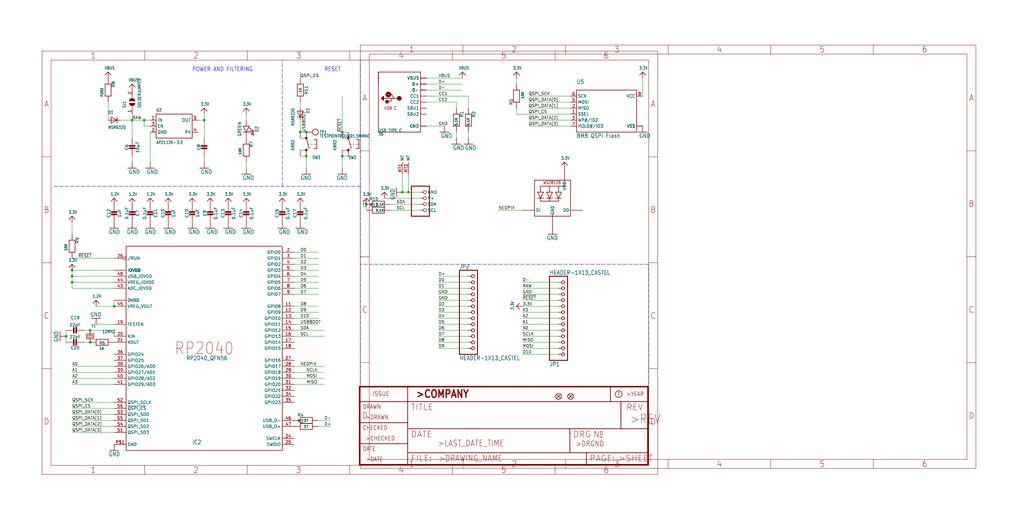
<source format=kicad_sch>
(kicad_sch (version 20211123) (generator eeschema)
  (paper "User" 433.07 220.421)
  (junction (at 129.54 66.04))
  (junction (at 38.1 144.78))
  (junction (at 127 55.88))
  (junction (at 30.48 114.3))
  (junction (at 172.72 81.28))
  (junction (at 86.36 50.8))
  (junction (at 154.94 86.36))
  (junction (at 144.78 55.88))
  (junction (at 30.48 116.84))
  (junction (at 30.48 119.38))
  (junction (at 55.88 50.8))
  (junction (at 48.26 129.54))
  (junction (at 170.18 81.28))
  (junction (at 144.78 66.04))
  (junction (at 38.1 139.7))
  (junction (at 27.94 142.24))
  (junction (at 60.96 50.8))
  (junction (at 129.54 55.88))
  (wire (pts (xy 30.48 93.98) (xy 30.48 99.06)))
  (wire (pts (xy 154.94 86.36) (xy 154.94 88.9)))
  (wire (pts (xy 236.22 127) (xy 220.98 127)))
  (wire (pts (xy 104.14 68.58) (xy 104.14 71.12)))
  (polyline (pts (xy 119.38 78.74) (xy 119.38 25.4)))
  (wire (pts (xy 180.34 38.1) (xy 195.58 38.1)))
  (wire (pts (xy 223.52 43.18) (xy 241.3 43.18)))
  (wire (pts (xy 124.46 129.54) (xy 134.62 129.54)))
  (polyline (pts (xy 152.4 162.56) (xy 152.4 111.76)))
  (wire (pts (xy 30.48 180.34) (xy 48.26 180.34)))
  (wire (pts (xy 124.46 111.76) (xy 134.62 111.76)))
  (polyline (pts (xy 152.4 78.74) (xy 152.4 25.4)))
  (wire (pts (xy 236.22 129.54) (xy 220.98 129.54)))
  (wire (pts (xy 241.3 40.64) (xy 223.52 40.64)))
  (wire (pts (xy 38.1 139.7) (xy 48.26 139.7)))
  (wire (pts (xy 185.42 134.62) (xy 198.12 134.62)))
  (wire (pts (xy 185.42 147.32) (xy 198.12 147.32)))
  (wire (pts (xy 220.98 149.86) (xy 236.22 149.86)))
  (wire (pts (xy 127 66.04) (xy 129.54 66.04)))
  (wire (pts (xy 124.46 137.16) (xy 134.62 137.16)))
  (wire (pts (xy 218.44 33.02) (xy 218.44 35.56)))
  (wire (pts (xy 198.12 124.46) (xy 185.42 124.46)))
  (wire (pts (xy 177.8 83.82) (xy 162.56 83.82)))
  (polyline (pts (xy 22.86 78.74) (xy 119.38 78.74)))
  (wire (pts (xy 218.44 45.72) (xy 218.44 48.26)))
  (wire (pts (xy 60.96 53.34) (xy 60.96 50.8)))
  (wire (pts (xy 48.26 127) (xy 48.26 129.54)))
  (polyline (pts (xy 152.4 111.76) (xy 152.4 78.74)))
  (wire (pts (xy 185.42 137.16) (xy 198.12 137.16)))
  (wire (pts (xy 172.72 81.28) (xy 177.8 81.28)))
  (wire (pts (xy 124.46 142.24) (xy 137.16 142.24)))
  (wire (pts (xy 55.88 50.8) (xy 55.88 58.42)))
  (wire (pts (xy 220.98 88.9) (xy 210.82 88.9)))
  (wire (pts (xy 223.52 53.34) (xy 241.3 53.34)))
  (wire (pts (xy 124.46 132.08) (xy 134.62 132.08)))
  (wire (pts (xy 236.22 147.32) (xy 220.98 147.32)))
  (wire (pts (xy 198.12 129.54) (xy 185.42 129.54)))
  (wire (pts (xy 124.46 139.7) (xy 137.16 139.7)))
  (wire (pts (xy 48.26 137.16) (xy 40.64 137.16)))
  (wire (pts (xy 124.46 116.84) (xy 134.62 116.84)))
  (wire (pts (xy 30.48 119.38) (xy 30.48 116.84)))
  (wire (pts (xy 124.46 114.3) (xy 134.62 114.3)))
  (wire (pts (xy 177.8 86.36) (xy 165.1 86.36)))
  (wire (pts (xy 30.48 121.92) (xy 30.48 119.38)))
  (wire (pts (xy 48.26 116.84) (xy 30.48 116.84)))
  (wire (pts (xy 195.58 33.02) (xy 180.34 33.02)))
  (wire (pts (xy 220.98 132.08) (xy 236.22 132.08)))
  (wire (pts (xy 127 55.88) (xy 127 50.8)))
  (wire (pts (xy 124.46 106.68) (xy 134.62 106.68)))
  (wire (pts (xy 134.62 180.34) (xy 139.7 180.34)))
  (wire (pts (xy 30.48 116.84) (xy 30.48 114.3)))
  (wire (pts (xy 180.34 35.56) (xy 195.58 35.56)))
  (wire (pts (xy 241.3 50.8) (xy 223.52 50.8)))
  (wire (pts (xy 220.98 137.16) (xy 236.22 137.16)))
  (wire (pts (xy 185.42 132.08) (xy 198.12 132.08)))
  (wire (pts (xy 48.26 109.22) (xy 30.48 109.22)))
  (wire (pts (xy 30.48 182.88) (xy 48.26 182.88)))
  (wire (pts (xy 86.36 66.04) (xy 86.36 68.58)))
  (wire (pts (xy 220.98 124.46) (xy 236.22 124.46)))
  (wire (pts (xy 124.46 121.92) (xy 134.62 121.92)))
  (wire (pts (xy 193.04 55.88) (xy 193.04 58.42)))
  (wire (pts (xy 30.48 162.56) (xy 48.26 162.56)))
  (wire (pts (xy 185.42 127) (xy 198.12 127)))
  (polyline (pts (xy 152.4 78.74) (xy 119.38 78.74)))
  (wire (pts (xy 185.42 142.24) (xy 198.12 142.24)))
  (wire (pts (xy 55.88 66.04) (xy 55.88 68.58)))
  (wire (pts (xy 144.78 71.12) (xy 144.78 66.04)))
  (wire (pts (xy 129.54 55.88) (xy 127 55.88)))
  (wire (pts (xy 180.34 43.18) (xy 193.04 43.18)))
  (wire (pts (xy 236.22 139.7) (xy 220.98 139.7)))
  (wire (pts (xy 30.48 175.26) (xy 48.26 175.26)))
  (wire (pts (xy 165.1 88.9) (xy 177.8 88.9)))
  (polyline (pts (xy 274.32 162.56) (xy 274.32 111.76)))
  (wire (pts (xy 236.22 144.78) (xy 220.98 144.78)))
  (wire (pts (xy 86.36 58.42) (xy 86.36 50.8)))
  (wire (pts (xy 45.72 50.8) (xy 45.72 43.18)))
  (wire (pts (xy 144.78 55.88) (xy 147.32 55.88)))
  (wire (pts (xy 180.34 40.64) (xy 198.12 40.64)))
  (wire (pts (xy 185.42 139.7) (xy 198.12 139.7)))
  (wire (pts (xy 48.26 172.72) (xy 30.48 172.72)))
  (wire (pts (xy 60.96 50.8) (xy 55.88 50.8)))
  (wire (pts (xy 220.98 142.24) (xy 236.22 142.24)))
  (wire (pts (xy 198.12 58.42) (xy 198.12 55.88)))
  (wire (pts (xy 48.26 154.94) (xy 30.48 154.94)))
  (wire (pts (xy 129.54 66.04) (xy 129.54 71.12)))
  (wire (pts (xy 55.88 48.26) (xy 55.88 50.8)))
  (wire (pts (xy 271.78 33.02) (xy 271.78 40.64)))
  (wire (pts (xy 236.22 134.62) (xy 220.98 134.62)))
  (wire (pts (xy 124.46 124.46) (xy 134.62 124.46)))
  (wire (pts (xy 144.78 40.64) (xy 144.78 55.88)))
  (wire (pts (xy 147.32 66.04) (xy 144.78 66.04)))
  (wire (pts (xy 127 33.02) (xy 127 30.48)))
  (wire (pts (xy 220.98 121.92) (xy 236.22 121.92)))
  (wire (pts (xy 30.48 177.8) (xy 48.26 177.8)))
  (wire (pts (xy 124.46 162.56) (xy 137.16 162.56)))
  (polyline (pts (xy 274.32 111.76) (xy 152.4 111.76)))
  (wire (pts (xy 48.26 121.92) (xy 30.48 121.92)))
  (wire (pts (xy 27.94 144.78) (xy 27.94 142.24)))
  (wire (pts (xy 172.72 73.66) (xy 172.72 81.28)))
  (wire (pts (xy 50.8 50.8) (xy 55.88 50.8)))
  (wire (pts (xy 48.26 160.02) (xy 30.48 160.02)))
  (wire (pts (xy 241.3 45.72) (xy 223.52 45.72)))
  (wire (pts (xy 63.5 55.88) (xy 63.5 68.58)))
  (wire (pts (xy 198.12 116.84) (xy 185.42 116.84)))
  (wire (pts (xy 198.12 121.92) (xy 185.42 121.92)))
  (wire (pts (xy 60.96 53.34) (xy 63.5 53.34)))
  (wire (pts (xy 48.26 114.3) (xy 30.48 114.3)))
  (wire (pts (xy 198.12 119.38) (xy 185.42 119.38)))
  (wire (pts (xy 48.26 119.38) (xy 30.48 119.38)))
  (wire (pts (xy 30.48 157.48) (xy 48.26 157.48)))
  (wire (pts (xy 124.46 109.22) (xy 134.62 109.22)))
  (wire (pts (xy 170.18 81.28) (xy 170.18 73.66)))
  (wire (pts (xy 40.64 129.54) (xy 48.26 129.54)))
  (wire (pts (xy 63.5 50.8) (xy 60.96 50.8)))
  (wire (pts (xy 86.36 50.8) (xy 86.36 48.26)))
  (wire (pts (xy 35.56 144.78) (xy 38.1 144.78)))
  (wire (pts (xy 27.94 142.24) (xy 27.94 139.7)))
  (wire (pts (xy 38.1 139.7) (xy 35.56 139.7)))
  (wire (pts (xy 124.46 154.94) (xy 137.16 154.94)))
  (wire (pts (xy 236.22 119.38) (xy 220.98 119.38)))
  (wire (pts (xy 124.46 157.48) (xy 137.16 157.48)))
  (wire (pts (xy 193.04 43.18) (xy 193.04 45.72)))
  (wire (pts (xy 134.62 177.8) (xy 139.7 177.8)))
  (wire (pts (xy 83.82 50.8) (xy 86.36 50.8)))
  (wire (pts (xy 124.46 160.02) (xy 137.16 160.02)))
  (wire (pts (xy 124.46 134.62) (xy 134.62 134.62)))
  (wire (pts (xy 104.14 48.26) (xy 104.14 50.8)))
  (wire (pts (xy 185.42 144.78) (xy 198.12 144.78)))
  (wire (pts (xy 218.44 48.26) (xy 241.3 48.26)))
  (wire (pts (xy 170.18 81.28) (xy 172.72 81.28)))
  (wire (pts (xy 48.26 139.7) (xy 48.26 142.24)))
  (wire (pts (xy 124.46 119.38) (xy 134.62 119.38)))
  (wire (pts (xy 198.12 40.64) (xy 198.12 45.72)))
  (wire (pts (xy 48.26 170.18) (xy 30.48 170.18)))
  (wire (pts (xy 187.96 53.34) (xy 180.34 53.34)))
  (wire (pts (xy 127 45.72) (xy 127 43.18)))
  (text "RESET" (at 137.16 30.48 180) (effects (font (size 1.778 1.5113)) (justify left bottom)))
  (text "POWER AND FILTERING" (at 81.28 30.48 180) (effects (font (size 1.778 1.5113)) (justify left bottom)))
  (label "GND" (at 220.98 124.46 0) (effects (font (size 1.2446 1.2446))))
  (label "D4" (at 185.42 134.62 0) (effects (font (size 1.2446 1.2446))))
  (label "SDA" (at 167.64 86.36 0) (effects (font (size 1.2446 1.2446))))
  (label "A0" (at 220.98 139.7 0) (effects (font (size 1.2446 1.2446))))
  (label "MOSI" (at 129.54 160.02 0) (effects (font (size 1.2446 1.2446))))
  (label "D+" (at 185.42 116.84 0) (effects (font (size 1.2446 1.2446))))
  (label "QSPI_DATA[2]" (at 30.48 180.34 0) (effects (font (size 1.2446 1.2446))))
  (label "QSPI_CS" (at 30.48 172.72 0) (effects (font (size 1.2446 1.2446))))
  (label "SCLK" (at 129.54 157.48 0) (effects (font (size 1.2446 1.2446))))
  (label "MISO" (at 129.54 162.56 0) (effects (font (size 1.2446 1.2446))))
  (label "D3" (at 185.42 132.08 0) (effects (font (size 1.2446 1.2446))))
  (label "SDA" (at 127 139.7 0) (effects (font (size 1.2446 1.2446))))
  (label "D10" (at 127 134.62 0) (effects (font (size 1.2446 1.2446))))
  (label "D0" (at 127 106.68 0) (effects (font (size 1.2446 1.2446))))
  (label "D9" (at 127 132.08 0) (effects (font (size 1.2446 1.2446))))
  (label "D4" (at 127 116.84 0) (effects (font (size 1.2446 1.2446))))
  (label "D5" (at 127 119.38 0) (effects (font (size 1.2446 1.2446))))
  (label "A2" (at 220.98 134.62 0) (effects (font (size 1.2446 1.2446))))
  (label "D10" (at 220.98 149.86 0) (effects (font (size 1.2446 1.2446))))
  (label "QSPI_DATA[1]" (at 223.52 45.72 0) (effects (font (size 1.2446 1.2446))))
  (label "QSPI_DATA[2]" (at 223.52 50.8 0) (effects (font (size 1.2446 1.2446))))
  (label "A1" (at 30.48 157.48 0) (effects (font (size 1.2446 1.2446))))
  (label "A3" (at 30.48 162.56 0) (effects (font (size 1.2446 1.2446))))
  (label "D3" (at 127 114.3 0) (effects (font (size 1.2446 1.2446))))
  (label "GND" (at 185.42 53.34 0) (effects (font (size 1.2446 1.2446))))
  (label "D9" (at 185.42 147.32 0) (effects (font (size 1.2446 1.2446))))
  (label "MOSI" (at 220.98 147.32 0) (effects (font (size 1.2446 1.2446))))
  (label "QSPI_DATA[0]" (at 223.52 43.18 0) (effects (font (size 1.2446 1.2446))))
  (label "D6" (at 185.42 139.7 0) (effects (font (size 1.2446 1.2446))))
  (label "D+" (at 185.42 35.56 0) (effects (font (size 1.2446 1.2446))))
  (label "D2" (at 185.42 129.54 0) (effects (font (size 1.2446 1.2446))))
  (label "~{RESET}" (at 33.02 109.22 0) (effects (font (size 1.2446 1.2446))))
  (label "QSPI_DATA[1]" (at 30.48 177.8 0) (effects (font (size 1.2446 1.2446))))
  (label "USBBOOT" (at 127 137.16 0) (effects (font (size 1.2446 1.2446))))
  (label "~{RESET}" (at 144.78 55.88 90) (effects (font (size 1.2446 1.2446))))
  (label "3.3V" (at 220.98 129.54 0) (effects (font (size 1.2446 1.2446))))
  (label "VBUS" (at 185.42 33.02 0) (effects (font (size 1.2446 1.2446))))
  (label "QSPI_CS" (at 127 33.02 0) (effects (font (size 1.2446 1.2446))))
  (label "QSPI_DATA[0]" (at 30.48 175.26 0) (effects (font (size 1.2446 1.2446))))
  (label "D2" (at 127 111.76 0) (effects (font (size 1.2446 1.2446))))
  (label "SCL" (at 167.64 88.9 0) (effects (font (size 1.2446 1.2446))))
  (label "USBBOOT" (at 129.54 55.88 90) (effects (font (size 1.2446 1.2446))))
  (label "D8" (at 127 129.54 0) (effects (font (size 1.2446 1.2446))))
  (label "RAW" (at 55.88 50.8 0) (effects (font (size 1.2446 1.2446))))
  (label "D-" (at 220.98 119.38 0) (effects (font (size 1.2446 1.2446))))
  (label "D6" (at 127 121.92 0) (effects (font (size 1.2446 1.2446))))
  (label "QSPI_SCK" (at 30.48 170.18 0) (effects (font (size 1.2446 1.2446))))
  (label "D-" (at 185.42 38.1 0) (effects (font (size 1.2446 1.2446))))
  (label "CC2" (at 185.42 43.18 0) (effects (font (size 1.2446 1.2446))))
  (label "QSPI_SCK" (at 223.52 40.64 0) (effects (font (size 1.2446 1.2446))))
  (label "D8" (at 185.42 144.78 0) (effects (font (size 1.2446 1.2446))))
  (label "QSPI_CS" (at 223.52 48.26 0) (effects (font (size 1.2446 1.2446))))
  (label "NEOPIX" (at 127 154.94 0) (effects (font (size 1.2446 1.2446))))
  (label "D-" (at 137.16 177.8 0) (effects (font (size 1.2446 1.2446))))
  (label "~{RESET}" (at 220.98 127 0) (effects (font (size 1.2446 1.2446))))
  (label "GND" (at 185.42 124.46 0) (effects (font (size 1.2446 1.2446))))
  (label "D1" (at 185.42 121.92 0) (effects (font (size 1.2446 1.2446))))
  (label "A0" (at 30.48 154.94 0) (effects (font (size 1.2446 1.2446))))
  (label "QSPI_DATA[3]" (at 223.52 53.34 0) (effects (font (size 1.2446 1.2446))))
  (label "MISO" (at 220.98 144.78 0) (effects (font (size 1.2446 1.2446))))
  (label "A3" (at 220.98 132.08 0) (effects (font (size 1.2446 1.2446))))
  (label "SCL" (at 127 142.24 0) (effects (font (size 1.2446 1.2446))))
  (label "D5" (at 185.42 137.16 0) (effects (font (size 1.2446 1.2446))))
  (label "D7" (at 127 124.46 0) (effects (font (size 1.2446 1.2446))))
  (label "A2" (at 30.48 160.02 0) (effects (font (size 1.2446 1.2446))))
  (label "GND" (at 185.42 127 0) (effects (font (size 1.2446 1.2446))))
  (label "D1" (at 127 109.22 0) (effects (font (size 1.2446 1.2446))))
  (label "CC1" (at 185.42 40.64 0) (effects (font (size 1.2446 1.2446))))
  (label "D+" (at 137.16 180.34 0) (effects (font (size 1.2446 1.2446))))
  (label "QSPI_DATA[3]" (at 30.48 182.88 0) (effects (font (size 1.2446 1.2446))))
  (label "D0" (at 185.42 119.38 0) (effects (font (size 1.2446 1.2446))))
  (label "SCLK" (at 220.98 142.24 0) (effects (font (size 1.2446 1.2446))))
  (label "RAW" (at 220.98 121.92 0) (effects (font (size 1.2446 1.2446))))
  (label "D7" (at 185.42 142.24 0) (effects (font (size 1.2446 1.2446))))
  (label "A1" (at 220.98 137.16 0) (effects (font (size 1.2446 1.2446))))
  (label "NEOPIX" (at 210.82 88.9 0) (effects (font (size 1.2446 1.2446))))
  (symbol (lib_id "eagleSchem-eagle-import:GND") (at 63.5 71.12 0) (unit 1)
    (property "Reference" "#U$30" (effects hide))
    (property "Value" "GND" (at 61.976 73.66 0) (effects (font (size 1.778 1.5113)) (justify left bottom)))
    (property "Footprint" "eagleSchem:" (effects hide))
  )
  (symbol (lib_id "eagleSchem-eagle-import:GND") (at 40.64 134.62 0) (mirror x) (unit 1)
    (property "Reference" "#GND24" (effects hide))
    (property "Value" "GND" (at 38.1 132.08 0) (effects (font (size 1.778 1.5113)) (justify left bottom)))
    (property "Footprint" "eagleSchem:" (effects hide))
  )
  (symbol (lib_id "eagleSchem-eagle-import:GND") (at 129.54 73.66 0) (unit 1)
    (property "Reference" "#GND16" (effects hide))
    (property "Value" "GND" (at 127 76.2 0) (effects (font (size 1.778 1.5113)) (justify left bottom)))
    (property "Footprint" "eagleSchem:" (effects hide))
  )
  (symbol (lib_id "eagleSchem-eagle-import:GND") (at 25.4 142.24 270) (mirror x) (unit 1)
    (property "Reference" "#GND31" (effects hide))
    (property "Value" "GND" (at 22.86 144.78 0) (effects (font (size 1.778 1.5113)) (justify left bottom)))
    (property "Footprint" "eagleSchem:" (effects hide))
  )
  (symbol (lib_id "eagleSchem-eagle-import:HEADER-1X13_CASTEL") (at 238.76 134.62 0) (mirror x) (unit 1)
    (property "Reference" "JP1" (at 232.41 153.035 0) (effects (font (size 1.778 1.5113)) (justify left bottom)))
    (property "Value" "HEADER-1X13_CASTEL" (at 232.41 114.3 0) (effects (font (size 1.778 1.5113)) (justify left bottom)))
    (property "Footprint" "eagleSchem:1X13_CASTEL" (effects hide))
  )
  (symbol (lib_id "eagleSchem-eagle-import:GND") (at 271.78 55.88 0) (unit 1)
    (property "Reference" "#U$31" (effects hide))
    (property "Value" "GND" (at 270.256 58.42 0) (effects (font (size 1.778 1.5113)) (justify left bottom)))
    (property "Footprint" "eagleSchem:" (effects hide))
  )
  (symbol (lib_id "eagleSchem-eagle-import:RESISTOR_0402NO") (at 218.44 40.64 90) (unit 1)
    (property "Reference" "R5" (at 216.9414 44.45 0) (effects (justify left bottom)))
    (property "Value" "10K" (at 221.742 41.91 0) (effects (font (size 1.016 1.016) bold) (justify left bottom)))
    (property "Footprint" "eagleSchem:_0402NO" (effects hide))
  )
  (symbol (lib_id "eagleSchem-eagle-import:1.2V") (at 55.88 83.82 0) (unit 1)
    (property "Reference" "#U$43" (effects hide))
    (property "Value" "1.2V" (at 54.356 82.804 0) (effects (font (size 1.27 1.0795)) (justify left bottom)))
    (property "Footprint" "eagleSchem:" (effects hide))
  )
  (symbol (lib_id "eagleSchem-eagle-import:RESISTOR_0402NO") (at 198.12 50.8 270) (unit 1)
    (property "Reference" "R2" (at 199.6186 46.99 0) (effects (justify left bottom)))
    (property "Value" "5.1K" (at 197.358 49.53 0) (effects (font (size 1.016 1.016) bold) (justify left bottom)))
    (property "Footprint" "eagleSchem:_0402NO" (effects hide))
  )
  (symbol (lib_id "eagleSchem-eagle-import:GND") (at 104.14 73.66 0) (unit 1)
    (property "Reference" "#U$12" (effects hide))
    (property "Value" "GND" (at 102.616 76.2 0) (effects (font (size 1.778 1.5113)) (justify left bottom)))
    (property "Footprint" "eagleSchem:" (effects hide))
  )
  (symbol (lib_id "eagleSchem-eagle-import:SOLDERJUMPER") (at 55.88 43.18 90) (unit 1)
    (property "Reference" "SJ1" (at 53.34 45.72 0) (effects (font (size 1.27 1.0795)) (justify left bottom)))
    (property "Value" "SOLDERJUMPER" (at 59.69 45.72 0) (effects (font (size 1.27 1.0795)) (justify left bottom)))
    (property "Footprint" "eagleSchem:SOLDERJUMPER_ARROW_NOPASTE" (effects hide))
  )
  (symbol (lib_id "eagleSchem-eagle-import:VBUS") (at 45.72 30.48 0) (unit 1)
    (property "Reference" "#U$3" (effects hide))
    (property "Value" "VBUS" (at 44.196 29.464 0) (effects (font (size 1.27 1.0795)) (justify left bottom)))
    (property "Footprint" "eagleSchem:" (effects hide))
  )
  (symbol (lib_id "eagleSchem-eagle-import:GND") (at 187.96 55.88 0) (unit 1)
    (property "Reference" "#U$8" (effects hide))
    (property "Value" "GND" (at 186.436 58.42 0) (effects (font (size 1.778 1.5113)) (justify left bottom)))
    (property "Footprint" "eagleSchem:" (effects hide))
  )
  (symbol (lib_id "eagleSchem-eagle-import:3.3V") (at 271.78 30.48 0) (unit 1)
    (property "Reference" "#U$39" (effects hide))
    (property "Value" "3.3V" (at 270.256 29.464 0) (effects (font (size 1.27 1.0795)) (justify left bottom)))
    (property "Footprint" "eagleSchem:" (effects hide))
  )
  (symbol (lib_id "eagleSchem-eagle-import:3.3V") (at 81.28 83.82 0) (unit 1)
    (property "Reference" "#U$25" (effects hide))
    (property "Value" "3.3V" (at 79.756 82.804 0) (effects (font (size 1.27 1.0795)) (justify left bottom)))
    (property "Footprint" "eagleSchem:" (effects hide))
  )
  (symbol (lib_id "eagleSchem-eagle-import:RESISTOR_0402NO") (at 30.48 104.14 270) (unit 1)
    (property "Reference" "R9" (at 31.9786 100.33 0) (effects (justify left bottom)))
    (property "Value" "10K" (at 27.178 102.87 0) (effects (font (size 1.016 1.016) bold) (justify left bottom)))
    (property "Footprint" "eagleSchem:_0402NO" (effects hide))
  )
  (symbol (lib_id "eagleSchem-eagle-import:3.3V") (at 218.44 129.54 90) (unit 1)
    (property "Reference" "#U$2" (effects hide))
    (property "Value" "3.3V" (at 217.424 131.064 0) (effects (font (size 1.27 1.0795)) (justify left bottom)))
    (property "Footprint" "eagleSchem:" (effects hide))
  )
  (symbol (lib_id "eagleSchem-eagle-import:DIODESOD-323F") (at 127 48.26 270) (unit 1)
    (property "Reference" "D3" (at 129.54 45.72 0) (effects (font (size 1.27 1.0795)) (justify left bottom)))
    (property "Value" "NSR0320" (at 123.19 45.72 0) (effects (font (size 1.27 1.0795)) (justify left bottom)))
    (property "Footprint" "eagleSchem:SOD-323F" (effects hide))
  )
  (symbol (lib_id "eagleSchem-eagle-import:RP2040_QFN56") (at 86.36 147.32 0) (unit 1)
    (property "Reference" "IC2" (at 81.28 187.96 0) (effects (font (size 1.778 1.5113)) (justify left bottom)))
    (property "Value" "RP2040_QFN56" (at 78.74 152.4 0) (effects (font (size 1.778 1.5113)) (justify left bottom)))
    (property "Footprint" "eagleSchem:QFN56_7MM_REDUCEDEPAD" (effects hide))
  )
  (symbol (lib_id "eagleSchem-eagle-import:1.2V") (at 40.64 127 0) (unit 1)
    (property "Reference" "#U$40" (effects hide))
    (property "Value" "1.2V" (at 39.116 125.984 0) (effects (font (size 1.27 1.0795)) (justify left bottom)))
    (property "Footprint" "eagleSchem:" (effects hide))
  )
  (symbol (lib_id "eagleSchem-eagle-import:VBUS") (at 55.88 35.56 0) (unit 1)
    (property "Reference" "#U$16" (effects hide))
    (property "Value" "VBUS" (at 54.356 34.544 0) (effects (font (size 1.27 1.0795)) (justify left bottom)))
    (property "Footprint" "eagleSchem:" (effects hide))
  )
  (symbol (lib_id "eagleSchem-eagle-import:SWITCH_TACT_SMT4.6X2.8") (at 129.54 60.96 270) (unit 1)
    (property "Reference" "SW3" (at 132.08 67.31 90) (effects (font (size 1.27 1.0795)) (justify left bottom)))
    (property "Value" "KMR2" (at 123.19 59.055 0) (effects (font (size 1.27 1.0795)) (justify left bottom)))
    (property "Footprint" "eagleSchem:BTN_KMR2_4.6X2.8" (effects hide))
  )
  (symbol (lib_id "eagleSchem-eagle-import:DIODESOD-323F") (at 48.26 50.8 0) (unit 1)
    (property "Reference" "D1" (at 45.72 48.26 0) (effects (font (size 1.27 1.0795)) (justify left bottom)))
    (property "Value" "NSR0320" (at 45.72 54.61 0) (effects (font (size 1.27 1.0795)) (justify left bottom)))
    (property "Footprint" "eagleSchem:SOD-323F" (effects hide))
  )
  (symbol (lib_id "eagleSchem-eagle-import:RESISTOR_0402NO") (at 193.04 50.8 270) (unit 1)
    (property "Reference" "R1" (at 194.5386 46.99 0) (effects (justify left bottom)))
    (property "Value" "5.1K" (at 192.278 49.53 0) (effects (font (size 1.016 1.016) bold) (justify left bottom)))
    (property "Footprint" "eagleSchem:_0402NO" (effects hide))
  )
  (symbol (lib_id "eagleSchem-eagle-import:CAP_CERAMIC_0805MP") (at 86.36 63.5 0) (unit 1)
    (property "Reference" "C8" (at 84.07 62.25 90))
    (property "Value" "10µF" (at 88.66 62.25 90))
    (property "Footprint" "eagleSchem:_0805MP" (effects hide))
    (property "Value" "10µF" (effects hide))
  )
  (symbol (lib_id "eagleSchem-eagle-import:CAP_CERAMIC_0402NO") (at 33.02 139.7 90) (unit 1)
    (property "Reference" "C19" (at 31.77 134.37 90))
    (property "Value" "22pF" (at 31.77 137.4 90))
    (property "Footprint" "eagleSchem:_0402NO" (effects hide))
  )
  (symbol (lib_id "eagleSchem-eagle-import:CAP_CERAMIC_0805MP") (at 55.88 63.5 0) (unit 1)
    (property "Reference" "C6" (at 53.59 62.25 90))
    (property "Value" "10µF" (at 58.18 62.25 90))
    (property "Footprint" "eagleSchem:_0805MP" (effects hide))
  )
  (symbol (lib_id "eagleSchem-eagle-import:CAP_CERAMIC_0402NO") (at 96.52 91.44 0) (unit 1)
    (property "Reference" "C13" (at 94.23 90.19 90))
    (property "Value" "0.1uF" (at 98.82 90.19 90))
    (property "Footprint" "eagleSchem:_0402NO" (effects hide))
  )
  (symbol (lib_id "eagleSchem-eagle-import:RESISTOR0805_NOOUTLINE") (at 45.72 38.1 270) (unit 1)
    (property "Reference" "R8" (at 47.2186 34.29 0) (effects (justify left bottom)))
    (property "Value" "FUSE" (at 42.418 36.83 0) (effects (font (size 1.016 1.016) bold) (justify left bottom)))
    (property "Footprint" "eagleSchem:0805-NO" (effects hide))
  )
  (symbol (lib_id "eagleSchem-eagle-import:STEMMA_I2C_QTSKINNY") (at 172.72 73.66 90) (unit 3)
    (property "Reference" "CONN1" (effects hide))
    (property "Value" "STEMMA_I2C_QTSKINNY" (effects hide))
    (property "Footprint" "eagleSchem:JST_SH4_SKINNY" (effects hide))
  )
  (symbol (lib_id "eagleSchem-eagle-import:GND") (at 63.5 96.52 0) (mirror y) (unit 1)
    (property "Reference" "#GND27" (effects hide))
    (property "Value" "GND" (at 66.04 99.06 0) (effects (font (size 1.778 1.5113)) (justify left bottom)))
    (property "Footprint" "eagleSchem:" (effects hide))
  )
  (symbol (lib_id "eagleSchem-eagle-import:CAP_CERAMIC_0402NO") (at 127 91.44 0) (unit 1)
    (property "Reference" "C17" (at 124.71 90.19 90))
    (property "Value" "0.1uF" (at 129.3 90.19 90))
    (property "Footprint" "eagleSchem:_0402NO" (effects hide))
  )
  (symbol (lib_id "eagleSchem-eagle-import:VREG_SOT23-5") (at 73.66 53.34 0) (unit 1)
    (property "Reference" "U2" (at 66.04 47.244 0) (effects (font (size 1.27 1.0795)) (justify left bottom)))
    (property "Value" "AP2112K-3.3" (at 66.04 60.96 0) (effects (font (size 1.27 1.0795)) (justify left bottom)))
    (property "Footprint" "eagleSchem:SOT23-5" (effects hide))
  )
  (symbol (lib_id "eagleSchem-eagle-import:CAP_CERAMIC_0402NO") (at 63.5 88.9 180) (unit 1)
    (property "Reference" "C11" (at 65.79 90.15 90))
    (property "Value" "0.1uF" (at 61.2 90.15 90))
    (property "Footprint" "eagleSchem:_0402NO" (effects hide))
  )
  (symbol (lib_id "eagleSchem-eagle-import:3.3V") (at 104.14 45.72 0) (unit 1)
    (property "Reference" "#U$15" (effects hide))
    (property "Value" "3.3V" (at 102.616 44.704 0) (effects (font (size 1.27 1.0795)) (justify left bottom)))
    (property "Footprint" "eagleSchem:" (effects hide))
  )
  (symbol (lib_id "eagleSchem-eagle-import:VBUS") (at 195.58 30.48 0) (unit 1)
    (property "Reference" "#U$13" (effects hide))
    (property "Value" "VBUS" (at 194.056 29.464 0) (effects (font (size 1.27 1.0795)) (justify left bottom)))
    (property "Footprint" "eagleSchem:" (effects hide))
  )
  (symbol (lib_id "eagleSchem-eagle-import:FIDUCIAL_1MM") (at 241.3 167.64 0) (unit 1)
    (property "Reference" "U$34" (effects hide))
    (property "Value" "FIDUCIAL_1MM" (effects hide))
    (property "Footprint" "eagleSchem:FIDUCIAL_1MM" (effects hide))
  )
  (symbol (lib_id "eagleSchem-eagle-import:FRAME_A4") (at 17.78 200.66 0) (unit 1)
    (property "Reference" "#FRAME1" (effects hide))
    (property "Value" "FRAME_A4" (effects hide))
    (property "Footprint" "eagleSchem:" (effects hide))
  )
  (symbol (lib_id "eagleSchem-eagle-import:GND") (at 198.12 60.96 0) (unit 1)
    (property "Reference" "#U$14" (effects hide))
    (property "Value" "GND" (at 196.596 63.5 0) (effects (font (size 1.778 1.5113)) (justify left bottom)))
    (property "Footprint" "eagleSchem:" (effects hide))
  )
  (symbol (lib_id "eagleSchem-eagle-import:1.2V") (at 48.26 83.82 0) (unit 1)
    (property "Reference" "#U$46" (effects hide))
    (property "Value" "1.2V" (at 46.736 82.804 0) (effects (font (size 1.27 1.0795)) (justify left bottom)))
    (property "Footprint" "eagleSchem:" (effects hide))
  )
  (symbol (lib_id "eagleSchem-eagle-import:GND") (at 55.88 71.12 0) (unit 1)
    (property "Reference" "#U$27" (effects hide))
    (property "Value" "GND" (at 54.356 73.66 0) (effects (font (size 1.778 1.5113)) (justify left bottom)))
    (property "Footprint" "eagleSchem:" (effects hide))
  )
  (symbol (lib_id "eagleSchem-eagle-import:CAP_CERAMIC_0402NO") (at 104.14 91.44 0) (unit 1)
    (property "Reference" "C14" (at 101.85 90.19 90))
    (property "Value" "0.1uF" (at 106.44 90.19 90))
    (property "Footprint" "eagleSchem:_0402NO" (effects hide))
  )
  (symbol (lib_id "eagleSchem-eagle-import:GND") (at 88.9 96.52 0) (unit 1)
    (property "Reference" "#U$48" (effects hide))
    (property "Value" "GND" (at 87.376 99.06 0) (effects (font (size 1.778 1.5113)) (justify left bottom)))
    (property "Footprint" "eagleSchem:" (effects hide))
  )
  (symbol (lib_id "eagleSchem-eagle-import:RESISTOR_0402NO") (at 43.18 144.78 0) (unit 1)
    (property "Reference" "R6" (at 41.91 145.8214 0) (effects (justify left bottom)))
    (property "Value" "1K" (at 41.91 148.082 0) (effects (font (size 1.016 1.016) bold) (justify left bottom)))
    (property "Footprint" "eagleSchem:_0402NO" (effects hide))
  )
  (symbol (lib_id "eagleSchem-eagle-import:WS2812B_SK6805_1515") (at 233.68 86.36 0) (unit 1)
    (property "Reference" "LED1" (effects hide))
    (property "Value" "WS2812B_SK6805_1515" (effects hide))
    (property "Footprint" "eagleSchem:SK6805_1515" (effects hide))
  )
  (symbol (lib_id "eagleSchem-eagle-import:CAP_CERAMIC_0402NO") (at 33.02 144.78 90) (unit 1)
    (property "Reference" "C20" (at 31.77 147.07 90))
    (property "Value" "22pF" (at 31.77 142.48 90))
    (property "Footprint" "eagleSchem:_0402NO" (effects hide))
  )
  (symbol (lib_id "eagleSchem-eagle-import:GND") (at 96.52 96.52 0) (unit 1)
    (property "Reference" "#U$49" (effects hide))
    (property "Value" "GND" (at 94.996 99.06 0) (effects (font (size 1.778 1.5113)) (justify left bottom)))
    (property "Footprint" "eagleSchem:" (effects hide))
  )
  (symbol (lib_id "eagleSchem-eagle-import:RESISTOR_0402NO") (at 104.14 63.5 270) (unit 1)
    (property "Reference" "R7" (at 105.6386 59.69 0) (effects (justify left bottom)))
    (property "Value" "10K" (at 100.838 62.23 0) (effects (font (size 1.016 1.016) bold) (justify left bottom)))
    (property "Footprint" "eagleSchem:_0402NO" (effects hide))
  )
  (symbol (lib_id "eagleSchem-eagle-import:STEMMA_I2C_QTSKINNY") (at 177.8 86.36 0) (unit 1)
    (property "Reference" "CONN1" (effects hide))
    (property "Value" "STEMMA_I2C_QTSKINNY" (effects hide))
    (property "Footprint" "eagleSchem:JST_SH4_SKINNY" (effects hide))
  )
  (symbol (lib_id "eagleSchem-eagle-import:3.3V") (at 30.48 111.76 0) (unit 1)
    (property "Reference" "#U$38" (effects hide))
    (property "Value" "3.3V" (at 28.956 110.744 0) (effects (font (size 1.27 1.0795)) (justify left bottom)))
    (property "Footprint" "eagleSchem:" (effects hide))
  )
  (symbol (lib_id "eagleSchem-eagle-import:LED0603_NOOUTLINE") (at 104.14 55.88 270) (unit 1)
    (property "Reference" "D2" (at 108.585 54.61 0))
    (property "Value" "GREEN" (at 101.346 54.61 0))
    (property "Footprint" "eagleSchem:CHIPLED_0603_NOOUTLINE" (effects hide))
  )
  (symbol (lib_id "eagleSchem-eagle-import:GND") (at 167.64 81.28 270) (unit 1)
    (property "Reference" "#U$9" (effects hide))
    (property "Value" "GND" (at 165.1 79.756 0) (effects (font (size 1.778 1.5113)) (justify left bottom)))
    (property "Footprint" "eagleSchem:" (effects hide))
  )
  (symbol (lib_id "eagleSchem-eagle-import:CAP_CERAMIC_0402NO") (at 119.38 91.44 0) (unit 1)
    (property "Reference" "C16" (at 117.09 90.19 90))
    (property "Value" "0.1uF" (at 121.68 90.19 90))
    (property "Footprint" "eagleSchem:_0402NO" (effects hide))
  )
  (symbol (lib_id "eagleSchem-eagle-import:CAP_CERAMIC_0603MP") (at 48.26 91.44 0) (unit 1)
    (property "Reference" "C12" (at 45.97 90.19 90))
    (property "Value" "1uF" (at 50.56 90.19 90))
    (property "Footprint" "eagleSchem:_0603MP" (effects hide))
  )
  (symbol (lib_id "eagleSchem-eagle-import:CAP_CERAMIC0603_NO") (at 71.12 91.44 0) (unit 1)
    (property "Reference" "C15" (at 68.83 90.19 90))
    (property "Value" "1uF" (at 73.42 90.19 90))
    (property "Footprint" "eagleSchem:0603-NO" (effects hide))
  )
  (symbol (lib_id "eagleSchem-eagle-import:CAP_CERAMIC_0402NO") (at 55.88 88.9 180) (unit 1)
    (property "Reference" "C7" (at 58.17 90.15 90))
    (property "Value" "0.1uF" (at 53.58 90.15 90))
    (property "Footprint" "eagleSchem:_0402NO" (effects hide))
  )
  (symbol (lib_id "eagleSchem-eagle-import:GND") (at 104.14 96.52 0) (unit 1)
    (property "Reference" "#U$50" (effects hide))
    (property "Value" "GND" (at 102.616 99.06 0) (effects (font (size 1.778 1.5113)) (justify left bottom)))
    (property "Footprint" "eagleSchem:" (effects hide))
  )
  (symbol (lib_id "eagleSchem-eagle-import:CAP_CERAMIC_0603MP") (at 81.28 91.44 0) (unit 1)
    (property "Reference" "C10" (at 78.99 90.19 90))
    (property "Value" "1uF" (at 83.58 90.19 90))
    (property "Footprint" "eagleSchem:_0603MP" (effects hide))
  )
  (symbol (lib_id "eagleSchem-eagle-import:3.3V") (at 238.76 68.58 0) (unit 1)
    (property "Reference" "#U$6" (effects hide))
    (property "Value" "3.3V" (at 237.236 67.564 0) (effects (font (size 1.27 1.0795)) (justify left bottom)))
    (property "Footprint" "eagleSchem:" (effects hide))
  )
  (symbol (lib_id "eagleSchem-eagle-import:USB_C") (at 170.18 43.18 0) (unit 1)
    (property "Reference" "X6" (at 160.02 57.404 0) (effects (font (size 1.27 1.0795)) (justify left bottom)))
    (property "Value" "USB TYPE C" (at 160.02 55.88 0) (effects (font (size 1.27 1.0795)) (justify left bottom)))
    (property "Footprint" "eagleSchem:USB_C_CUSB31-CFM2AX-01-X" (effects hide))
  )
  (symbol (lib_id "eagleSchem-eagle-import:SWITCH_TACT_SMT4.6X2.8") (at 147.32 60.96 270) (unit 1)
    (property "Reference" "SW2" (at 147.32 67.31 90) (effects (font (size 1.27 1.0795)) (justify left bottom)))
    (property "Value" "KMR2" (at 140.97 59.055 0) (effects (font (size 1.27 1.0795)) (justify left bottom)))
    (property "Footprint" "eagleSchem:BTN_KMR2_4.6X2.8" (effects hide))
  )
  (symbol (lib_id "eagleSchem-eagle-import:GND") (at 48.26 190.5 0) (mirror y) (unit 1)
    (property "Reference" "#GND25" (effects hide))
    (property "Value" "GND" (at 50.8 193.04 0) (effects (font (size 1.778 1.5113)) (justify left bottom)))
    (property "Footprint" "eagleSchem:" (effects hide))
  )
  (symbol (lib_id "eagleSchem-eagle-import:3.3V") (at 154.94 83.82 0) (unit 1)
    (property "Reference" "#U$11" (effects hide))
    (property "Value" "3.3V" (at 153.416 82.804 0) (effects (font (size 1.27 1.0795)) (justify left bottom)))
    (property "Footprint" "eagleSchem:" (effects hide))
  )
  (symbol (lib_id "eagleSchem-eagle-import:3.3V") (at 127 83.82 0) (unit 1)
    (property "Reference" "#U$36" (effects hide))
    (property "Value" "3.3V" (at 125.476 82.804 0) (effects (font (size 1.27 1.0795)) (justify left bottom)))
    (property "Footprint" "eagleSchem:" (effects hide))
  )
  (symbol (lib_id "eagleSchem-eagle-import:3.3V") (at 96.52 83.82 0) (unit 1)
    (property "Reference" "#U$32" (effects hide))
    (property "Value" "3.3V" (at 94.996 82.804 0) (effects (font (size 1.27 1.0795)) (justify left bottom)))
    (property "Footprint" "eagleSchem:" (effects hide))
  )
  (symbol (lib_id "eagleSchem-eagle-import:SPIFLASH_8PIN_4X4") (at 256.54 48.26 0) (unit 1)
    (property "Reference" "U5" (at 243.84 35.56 0) (effects (font (size 1.778 1.5113)) (justify left bottom)))
    (property "Value" "8MB QSPI Flash" (at 243.84 58.42 0) (effects (font (size 1.778 1.5113)) (justify left bottom)))
    (property "Footprint" "eagleSchem:USON8_4X4" (effects hide))
  )
  (symbol (lib_id "eagleSchem-eagle-import:GND") (at 55.88 96.52 0) (mirror y) (unit 1)
    (property "Reference" "#GND26" (effects hide))
    (property "Value" "GND" (at 58.42 99.06 0) (effects (font (size 1.778 1.5113)) (justify left bottom)))
    (property "Footprint" "eagleSchem:" (effects hide))
  )
  (symbol (lib_id "eagleSchem-eagle-import:RESISTOR_0402NO") (at 129.54 177.8 0) (unit 1)
    (property "Reference" "R4" (at 125.73 176.3014 0) (effects (justify left bottom)))
    (property "Value" "27" (at 128.27 178.562 0) (effects (font (size 1.016 1.016) bold) (justify left bottom)))
    (property "Footprint" "eagleSchem:_0402NO" (effects hide))
  )
  (symbol (lib_id "eagleSchem-eagle-import:TESTPOINTROUND1.5MMNO") (at 129.54 55.88 270) (unit 1)
    (property "Reference" "TP1" (at 135.128 55.88 90) (effects (font (size 1.27 1.0795)) (justify left)))
    (property "Value" "TESTPOINTROUND1.5MMNO" (at 135.128 57.531 90) (effects (font (size 1.27 1.0795)) (justify left)))
    (property "Footprint" "eagleSchem:TESTPOINT_ROUND_1.5MM_NO" (effects hide))
  )
  (symbol (lib_id "eagleSchem-eagle-import:STEMMA_I2C_QTSKINNY") (at 170.18 73.66 90) (unit 2)
    (property "Reference" "CONN1" (effects hide))
    (property "Value" "STEMMA_I2C_QTSKINNY" (effects hide))
    (property "Footprint" "eagleSchem:JST_SH4_SKINNY" (effects hide))
  )
  (symbol (lib_id "eagleSchem-eagle-import:CAP_CERAMIC_0402NO") (at 88.9 91.44 0) (unit 1)
    (property "Reference" "C9" (at 86.61 90.19 90))
    (property "Value" "0.1uF" (at 91.2 90.19 90))
    (property "Footprint" "eagleSchem:_0402NO" (effects hide))
  )
  (symbol (lib_id "eagleSchem-eagle-import:3.3V") (at 162.56 81.28 0) (unit 1)
    (property "Reference" "#U$10" (effects hide))
    (property "Value" "3.3V" (at 161.036 80.264 0) (effects (font (size 1.27 1.0795)) (justify left bottom)))
    (property "Footprint" "eagleSchem:" (effects hide))
  )
  (symbol (lib_id "eagleSchem-eagle-import:3.3V") (at 218.44 30.48 0) (unit 1)
    (property "Reference" "#U$41" (effects hide))
    (property "Value" "3.3V" (at 216.916 29.464 0) (effects (font (size 1.27 1.0795)) (justify left bottom)))
    (property "Footprint" "eagleSchem:" (effects hide))
  )
  (symbol (lib_id "eagleSchem-eagle-import:RESISTOR_0402NO") (at 127 38.1 270) (unit 1)
    (property "Reference" "R11" (at 129.54 38.1 0))
    (property "Value" "1K" (at 127 38.1 0) (effects (font (size 1.016 1.016) bold)))
    (property "Footprint" "eagleSchem:_0402NO" (effects hide))
  )
  (symbol (lib_id "eagleSchem-eagle-import:CRYSTAL2.5X2.0") (at 38.1 142.24 90) (unit 1)
    (property "Reference" "Y1" (at 40.64 137.16 90) (effects (font (size 1.27 1.0795)) (justify left bottom)))
    (property "Value" "12MHZ" (at 43.18 140.97 90) (effects (font (size 1.27 1.0795)) (justify right top)))
    (property "Footprint" "eagleSchem:CRYSTAL_2.5X2" (effects hide))
  )
  (symbol (lib_id "eagleSchem-eagle-import:3.3V") (at 88.9 83.82 0) (unit 1)
    (property "Reference" "#U$26" (effects hide))
    (property "Value" "3.3V" (at 87.376 82.804 0) (effects (font (size 1.27 1.0795)) (justify left bottom)))
    (property "Footprint" "eagleSchem:" (effects hide))
  )
  (symbol (lib_id "eagleSchem-eagle-import:1.2V") (at 63.5 83.82 0) (unit 1)
    (property "Reference" "#U$45" (effects hide))
    (property "Value" "1.2V" (at 61.976 82.804 0) (effects (font (size 1.27 1.0795)) (justify left bottom)))
    (property "Footprint" "eagleSchem:" (effects hide))
  )
  (symbol (lib_id "eagleSchem-eagle-import:GND") (at 127 96.52 0) (unit 1)
    (property "Reference" "#U$53" (effects hide))
    (property "Value" "GND" (at 125.476 99.06 0) (effects (font (size 1.778 1.5113)) (justify left bottom)))
    (property "Footprint" "eagleSchem:" (effects hide))
  )
  (symbol (lib_id "eagleSchem-eagle-import:GND") (at 119.38 96.52 0) (unit 1)
    (property "Reference" "#U$52" (effects hide))
    (property "Value" "GND" (at 117.856 99.06 0) (effects (font (size 1.778 1.5113)) (justify left bottom)))
    (property "Footprint" "eagleSchem:" (effects hide))
  )
  (symbol (lib_id "eagleSchem-eagle-import:GND") (at 71.12 96.52 0) (unit 1)
    (property "Reference" "#U$4" (effects hide))
    (property "Value" "GND" (at 69.596 99.06 0) (effects (font (size 1.778 1.5113)) (justify left bottom)))
    (property "Footprint" "eagleSchem:" (effects hide))
  )
  (symbol (lib_id "eagleSchem-eagle-import:3.3V") (at 30.48 91.44 0) (unit 1)
    (property "Reference" "#U$37" (effects hide))
    (property "Value" "3.3V" (at 28.956 90.424 0) (effects (font (size 1.27 1.0795)) (justify left bottom)))
    (property "Footprint" "eagleSchem:" (effects hide))
  )
  (symbol (lib_id "eagleSchem-eagle-import:GND") (at 86.36 71.12 0) (unit 1)
    (property "Reference" "#U$29" (effects hide))
    (property "Value" "GND" (at 84.836 73.66 0) (effects (font (size 1.778 1.5113)) (justify left bottom)))
    (property "Footprint" "eagleSchem:" (effects hide))
  )
  (symbol (lib_id "eagleSchem-eagle-import:3.3V") (at 71.12 83.82 0) (unit 1)
    (property "Reference" "#U$18" (effects hide))
    (property "Value" "3.3V" (at 69.596 82.804 0) (effects (font (size 1.27 1.0795)) (justify left bottom)))
    (property "Footprint" "eagleSchem:" (effects hide))
  )
  (symbol (lib_id "eagleSchem-eagle-import:FIDUCIAL_1MM") (at 236.22 167.64 0) (unit 1)
    (property "Reference" "U$35" (effects hide))
    (property "Value" "FIDUCIAL_1MM" (effects hide))
    (property "Footprint" "eagleSchem:FIDUCIAL_1MM" (effects hide))
  )
  (symbol (lib_id "eagleSchem-eagle-import:GND") (at 81.28 96.52 0) (unit 1)
    (property "Reference" "#U$47" (effects hide))
    (property "Value" "GND" (at 79.756 99.06 0) (effects (font (size 1.778 1.5113)) (justify left bottom)))
    (property "Footprint" "eagleSchem:" (effects hide))
  )
  (symbol (lib_id "eagleSchem-eagle-import:RESISTOR_0402NO") (at 160.02 86.36 0) (unit 1)
    (property "Reference" "R10" (at 156.21 84.8614 0) (effects (justify left bottom)))
    (property "Value" "5.1K" (at 158.75 87.122 0) (effects (font (size 1.016 1.016) bold) (justify left bottom)))
    (property "Footprint" "eagleSchem:_0402NO" (effects hide))
  )
  (symbol (lib_id "eagleSchem-eagle-import:GND") (at 193.04 60.96 0) (unit 1)
    (property "Reference" "#U$7" (effects hide))
    (property "Value" "GND" (at 191.516 63.5 0) (effects (font (size 1.778 1.5113)) (justify left bottom)))
    (property "Footprint" "eagleSchem:" (effects hide))
  )
  (symbol (lib_id "eagleSchem-eagle-import:GND") (at 48.26 96.52 0) (mirror y) (unit 1)
    (property "Reference" "#GND28" (effects hide))
    (property "Value" "GND" (at 50.8 99.06 0) (effects (font (size 1.778 1.5113)) (justify left bottom)))
    (property "Footprint" "eagleSchem:" (effects hide))
  )
  (symbol (lib_id "eagleSchem-eagle-import:GND") (at 144.78 73.66 0) (unit 1)
    (property "Reference" "#GND15" (effects hide))
    (property "Value" "GND" (at 142.24 76.2 0) (effects (font (size 1.778 1.5113)) (justify left bottom)))
    (property "Footprint" "eagleSchem:" (effects hide))
  )
  (symbol (lib_id "eagleSchem-eagle-import:3.3V") (at 119.38 83.82 0) (unit 1)
    (property "Reference" "#U$5" (effects hide))
    (property "Value" "3.3V" (at 117.856 82.804 0) (effects (font (size 1.27 1.0795)) (justify left bottom)))
    (property "Footprint" "eagleSchem:" (effects hide))
  )
  (symbol (lib_id "eagleSchem-eagle-import:3.3V") (at 86.36 45.72 0) (unit 1)
    (property "Reference" "#U$1" (effects hide))
    (property "Value" "3.3V" (at 84.836 44.704 0) (effects (font (size 1.27 1.0795)) (justify left bottom)))
    (property "Footprint" "eagleSchem:" (effects hide))
  )
  (symbol (lib_id "eagleSchem-eagle-import:RESISTOR_0402NO") (at 129.54 180.34 0) (unit 1)
    (property "Reference" "R3" (at 125.73 178.8414 0) (effects (justify left bottom)))
    (property "Value" "27" (at 128.27 181.102 0) (effects (font (size 1.016 1.016) bold) (justify left bottom)))
    (property "Footprint" "eagleSchem:_0402NO" (effects hide))
  )
  (symbol (lib_id "eagleSchem-eagle-import:HEADER-1X13_CASTEL") (at 200.66 132.08 0) (unit 1)
    (property "Reference" "JP2" (at 194.31 113.665 0) (effects (font (size 1.778 1.5113)) (justify left bottom)))
    (property "Value" "HEADER-1X13_CASTEL" (at 194.31 152.4 0) (effects (font (size 1.778 1.5113)) (justify left bottom)))
    (property "Footprint" "eagleSchem:1X13_CASTEL" (effects hide))
  )
  (symbol (lib_id "eagleSchem-eagle-import:3.3V") (at 104.14 83.82 0) (unit 1)
    (property "Reference" "#U$33" (effects hide))
    (property "Value" "3.3V" (at 102.616 82.804 0) (effects (font (size 1.27 1.0795)) (justify left bottom)))
    (property "Footprint" "eagleSchem:" (effects hide))
  )
  (symbol (lib_id "eagleSchem-eagle-import:GND") (at 233.68 99.06 0) (unit 1)
    (property "Reference" "#GND7" (effects hide))
    (property "Value" "GND" (at 231.14 101.6 0) (effects (font (size 1.778 1.5113)) (justify left bottom)))
    (property "Footprint" "eagleSchem:" (effects hide))
  )
  (symbol (lib_id "eagleSchem-eagle-import:FRAME_A4") (at 152.4 198.12 0) (unit 2)
    (property "Reference" "#FRAME1" (effects hide))
    (property "Value" "FRAME_A4" (effects hide))
    (property "Footprint" "eagleSchem:" (effects hide))
  )
  (symbol (lib_id "eagleSchem-eagle-import:RESISTOR_0402NO") (at 160.02 88.9 0) (unit 1)
    (property "Reference" "R12" (at 156.21 87.4014 0) (effects (justify left bottom)))
    (property "Value" "5.1K" (at 158.75 89.662 0) (effects (font (size 1.016 1.016) bold) (justify left bottom)))
    (property "Footprint" "eagleSchem:_0402NO" (effects hide))
  )
)
</source>
